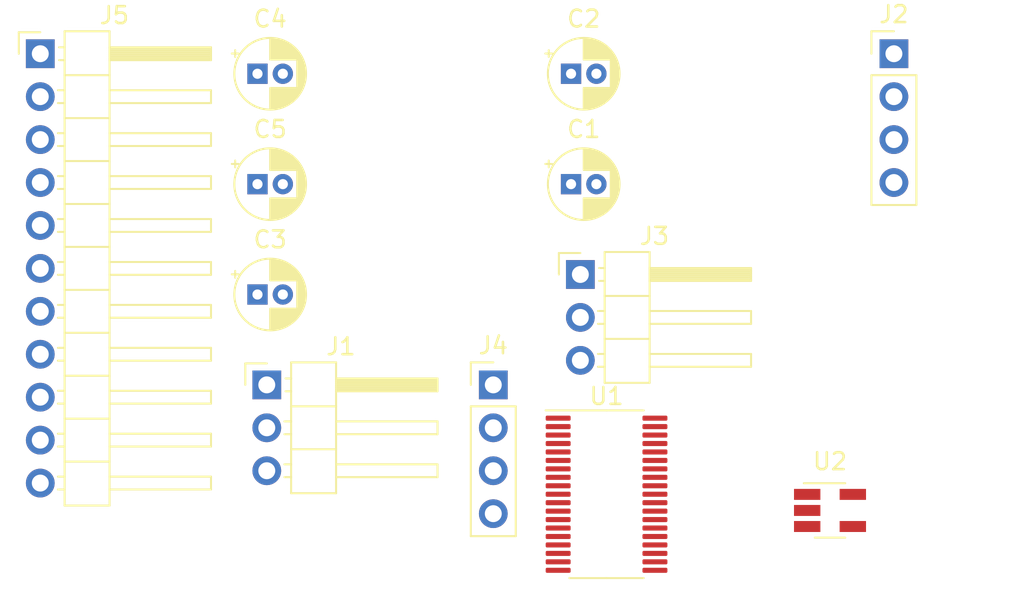
<source format=kicad_pcb>
(kicad_pcb (version 20220211) (generator pcbnew)
  (layers (0 "F.Cu" signal) (31 "B.Cu" signal) (34 "B.Paste" user) (35 "F.Paste" user) (36 "B.SilkS" user "B.Silkscreen") (37 "F.SilkS" user "F.Silkscreen") (38 "B.Mask" user) (39 "F.Mask" user) (44 "Edge.Cuts" user))
  (net 0 "")
  (net 1 "Net-(J1-Pin_3)")
  (net 2 "GND")
  (net 3 "VA")
  (net 4 "Net-(J3-Pin_2)")
  (net 5 "Net-(J1-Pin_1)")
  (net 6 "Net-(J1-Pin_2)")
  (net 7 "Net-(J2-Pin_1)")
  (net 8 "Net-(J2-Pin_2)")
  (net 9 "Net-(J2-Pin_3)")
  (net 10 "Net-(J2-Pin_4)")
  (net 11 "Net-(J4-Pin_1)")
  (net 12 "Net-(J4-Pin_2)")
  (net 13 "Net-(J4-Pin_3)")
  (net 14 "Net-(J4-Pin_4)")
  (net 15 "CH1")
  (net 16 "CH2")
  (net 17 "CH3")
  (net 18 "CH4")
  (net 19 "CH5")
  (net 20 "CH6")
  (net 21 "CH7")
  (net 22 "CH8")
  (net 23 "CH9")
  (net 24 "CH10")
  (net 25 "CH11")
  (net 26 "CH0")
  (footprint "Capacitor_THT:CP_Radial_D4.0mm_P1.50mm" (layer "F.Cu") (at 123.19 69.035)
    (fp_text reference "C2" (at 0.75 -3.25) (layer "F.SilkS"))
    (fp_text value "C_Small")
    (pad "1" thru_hole rect (at 0 0) (size 1.2 1.2) (drill 0.6) (layers *.Cu *.Mask) (net 3 "VA"))
    (pad "2" thru_hole circle (at 1.5 0) (size 1.2 1.2) (drill 0.6) (layers *.Cu *.Mask) (net 2 "GND"))
  )
  (footprint "Connector_PinHeader_2.54mm:PinHeader_1x11_P2.54mm_Horizontal" (layer "F.Cu") (at 91.79 67.85)
    (fp_text reference "J5" (at 4.385 -2.27) (layer "F.SilkS"))
    (fp_text value "Conn_01x11_Male")
    (pad "1" thru_hole rect (at 0 0) (size 1.7 1.7) (drill 1) (layers *.Cu *.Mask) (net 15 "CH1"))
    (pad "2" thru_hole oval (at 0 2.54) (size 1.7 1.7) (drill 1) (layers *.Cu *.Mask) (net 16 "CH2"))
    (pad "3" thru_hole oval (at 0 5.08) (size 1.7 1.7) (drill 1) (layers *.Cu *.Mask) (net 17 "CH3"))
    (pad "4" thru_hole oval (at 0 7.62) (size 1.7 1.7) (drill 1) (layers *.Cu *.Mask) (net 18 "CH4"))
    (pad "5" thru_hole oval (at 0 10.16) (size 1.7 1.7) (drill 1) (layers *.Cu *.Mask) (net 19 "CH5"))
    (pad "6" thru_hole oval (at 0 12.7) (size 1.7 1.7) (drill 1) (layers *.Cu *.Mask) (net 20 "CH6"))
    (pad "7" thru_hole oval (at 0 15.24) (size 1.7 1.7) (drill 1) (layers *.Cu *.Mask) (net 21 "CH7"))
    (pad "8" thru_hole oval (at 0 17.78) (size 1.7 1.7) (drill 1) (layers *.Cu *.Mask) (net 22 "CH8"))
    (pad "9" thru_hole oval (at 0 20.32) (size 1.7 1.7) (drill 1) (layers *.Cu *.Mask) (net 23 "CH9"))
    (pad "10" thru_hole oval (at 0 22.86) (size 1.7 1.7) (drill 1) (layers *.Cu *.Mask) (net 24 "CH10"))
    (pad "11" thru_hole oval (at 0 25.4) (size 1.7 1.7) (drill 1) (layers *.Cu *.Mask) (net 25 "CH11"))
  )
  (footprint "Package_SO:TSSOP-38_4.4x9.7mm_P0.5mm" (layer "F.Cu") (at 125.29 93.91)
    (fp_text reference "U1" (at 0 -5.8) (layer "F.SilkS"))
    (fp_text value "ADS7960")
    (pad "1" smd roundrect (at -2.8625 -4.5) (size 1.475 0.3) (layers "F.Cu" "F.Paste" "F.Mask") (net 13 "Net-(J4-Pin_3)"))
    (pad "2" smd roundrect (at -2.8625 -4) (size 1.475 0.3) (layers "F.Cu" "F.Paste" "F.Mask") (net 14 "Net-(J4-Pin_4)"))
    (pad "3" smd roundrect (at -2.8625 -3.5) (size 1.475 0.3) (layers "F.Cu" "F.Paste" "F.Mask") (net 2 "GND"))
    (pad "4" smd roundrect (at -2.8625 -3) (size 1.475 0.3) (layers "F.Cu" "F.Paste" "F.Mask") (net 1 "Net-(J1-Pin_3)"))
    (pad "5" smd roundrect (at -2.8625 -2.5) (size 1.475 0.3) (layers "F.Cu" "F.Paste" "F.Mask") (net 3 "VA"))
    (pad "6" smd roundrect (at -2.8625 -2) (size 1.475 0.3) (layers "F.Cu" "F.Paste" "F.Mask") (net 2 "GND"))
    (pad "7" smd roundrect (at -2.8625 -1.5) (size 1.475 0.3) (layers "F.Cu" "F.Paste" "F.Mask") (net 6 "Net-(J1-Pin_2)"))
    (pad "8" smd roundrect (at -2.8625 -1) (size 1.475 0.3) (layers "F.Cu" "F.Paste" "F.Mask") (net 5 "Net-(J1-Pin_1)"))
    (pad "9" smd roundrect (at -2.8625 -0.5) (size 1.475 0.3) (layers "F.Cu" "F.Paste" "F.Mask") (net 2 "GND"))
    (pad "10" smd roundrect (at -2.8625 0) (size 1.475 0.3) (layers "F.Cu" "F.Paste" "F.Mask") (net 2 "GND"))
    (pad "11" smd roundrect (at -2.8625 0.5) (size 1.475 0.3) (layers "F.Cu" "F.Paste" "F.Mask") (net 2 "GND"))
    (pad "12" smd roundrect (at -2.8625 1) (size 1.475 0.3) (layers "F.Cu" "F.Paste" "F.Mask") (net 2 "GND"))
    (pad "13" smd roundrect (at -2.8625 1.5) (size 1.475 0.3) (layers "F.Cu" "F.Paste" "F.Mask") (net 2 "GND"))
    (pad "14" smd roundrect (at -2.8625 2) (size 1.475 0.3) (layers "F.Cu" "F.Paste" "F.Mask") (net 2 "GND"))
    (pad "15" smd roundrect (at -2.8625 2.5) (size 1.475 0.3) (layers "F.Cu" "F.Paste" "F.Mask") (net 25 "CH11"))
    (pad "16" smd roundrect (at -2.8625 3) (size 1.475 0.3) (layers "F.Cu" "F.Paste" "F.Mask") (net 24 "CH10"))
    (pad "17" smd roundrect (at -2.8625 3.5) (size 1.475 0.3) (layers "F.Cu" "F.Paste" "F.Mask") (net 23 "CH9"))
    (pad "18" smd roundrect (at -2.8625 4) (size 1.475 0.3) (layers "F.Cu" "F.Paste" "F.Mask") (net 22 "CH8"))
    (pad "19" smd roundrect (at -2.8625 4.5) (size 1.475 0.3) (layers "F.Cu" "F.Paste" "F.Mask") (net 2 "GND"))
    (pad "20" smd roundrect (at 2.8625 4.5) (size 1.475 0.3) (layers "F.Cu" "F.Paste" "F.Mask") (net 2 "GND"))
    (pad "21" smd roundrect (at 2.8625 4) (size 1.475 0.3) (layers "F.Cu" "F.Paste" "F.Mask") (net 21 "CH7"))
    (pad "22" smd roundrect (at 2.8625 3.5) (size 1.475 0.3) (layers "F.Cu" "F.Paste" "F.Mask") (net 20 "CH6"))
    (pad "23" smd roundrect (at 2.8625 3) (size 1.475 0.3) (layers "F.Cu" "F.Paste" "F.Mask") (net 19 "CH5"))
    (pad "24" smd roundrect (at 2.8625 2.5) (size 1.475 0.3) (layers "F.Cu" "F.Paste" "F.Mask") (net 18 "CH4"))
    (pad "25" smd roundrect (at 2.8625 2) (size 1.475 0.3) (layers "F.Cu" "F.Paste" "F.Mask") (net 17 "CH3"))
    (pad "26" smd roundrect (at 2.8625 1.5) (size 1.475 0.3) (layers "F.Cu" "F.Paste" "F.Mask") (net 16 "CH2"))
    (pad "27" smd roundrect (at 2.8625 1) (size 1.475 0.3) (layers "F.Cu" "F.Paste" "F.Mask") (net 15 "CH1"))
    (pad "28" smd roundrect (at 2.8625 0.5) (size 1.475 0.3) (layers "F.Cu" "F.Paste" "F.Mask") (net 26 "CH0"))
    (pad "29" smd roundrect (at 2.8625 0) (size 1.475 0.3) (layers "F.Cu" "F.Paste" "F.Mask") (net 3 "VA"))
    (pad "30" smd roundrect (at 2.8625 -0.5) (size 1.475 0.3) (layers "F.Cu" "F.Paste" "F.Mask") (net 2 "GND"))
    (pad "31" smd roundrect (at 2.8625 -1) (size 1.475 0.3) (layers "F.Cu" "F.Paste" "F.Mask") (net 10 "Net-(J2-Pin_4)"))
    (pad "32" smd roundrect (at 2.8625 -1.5) (size 1.475 0.3) (layers "F.Cu" "F.Paste" "F.Mask") (net 9 "Net-(J2-Pin_3)"))
    (pad "33" smd roundrect (at 2.8625 -2) (size 1.475 0.3) (layers "F.Cu" "F.Paste" "F.Mask") (net 8 "Net-(J2-Pin_2)"))
    (pad "34" smd roundrect (at 2.8625 -2.5) (size 1.475 0.3) (layers "F.Cu" "F.Paste" "F.Mask") (net 7 "Net-(J2-Pin_1)"))
    (pad "35" smd roundrect (at 2.8625 -3) (size 1.475 0.3) (layers "F.Cu" "F.Paste" "F.Mask") (net 2 "GND"))
    (pad "36" smd roundrect (at 2.8625 -3.5) (size 1.475 0.3) (layers "F.Cu" "F.Paste" "F.Mask") (net 4 "Net-(J3-Pin_2)"))
    (pad "37" smd roundrect (at 2.8625 -4) (size 1.475 0.3) (layers "F.Cu" "F.Paste" "F.Mask") (net 11 "Net-(J4-Pin_1)"))
    (pad "38" smd roundrect (at 2.8625 -4.5) (size 1.475 0.3) (layers "F.Cu" "F.Paste" "F.Mask") (net 12 "Net-(J4-Pin_2)"))
  )
  (footprint "Connector_PinHeader_2.54mm:PinHeader_1x04_P2.54mm_Vertical" (layer "F.Cu") (at 118.59 87.44)
    (fp_text reference "J4" (at 0 -2.33) (layer "F.SilkS"))
    (fp_text value "Conn_01x04_Female")
    (pad "1" thru_hole rect (at 0 0) (size 1.7 1.7) (drill 1) (layers *.Cu *.Mask) (net 11 "Net-(J4-Pin_1)"))
    (pad "2" thru_hole oval (at 0 2.54) (size 1.7 1.7) (drill 1) (layers *.Cu *.Mask) (net 12 "Net-(J4-Pin_2)"))
    (pad "3" thru_hole oval (at 0 5.08) (size 1.7 1.7) (drill 1) (layers *.Cu *.Mask) (net 13 "Net-(J4-Pin_3)"))
    (pad "4" thru_hole oval (at 0 7.62) (size 1.7 1.7) (drill 1) (layers *.Cu *.Mask) (net 14 "Net-(J4-Pin_4)"))
  )
  (footprint "Capacitor_THT:CP_Radial_D4.0mm_P1.50mm" (layer "F.Cu") (at 123.19 75.565)
    (fp_text reference "C1" (at 0.75 -3.25) (layer "F.SilkS"))
    (fp_text value "10u")
    (pad "1" thru_hole rect (at 0 0) (size 1.2 1.2) (drill 0.6) (layers *.Cu *.Mask) (net 1 "Net-(J1-Pin_3)"))
    (pad "2" thru_hole circle (at 1.5 0) (size 1.2 1.2) (drill 0.6) (layers *.Cu *.Mask) (net 2 "GND"))
  )
  (footprint "Capacitor_THT:CP_Radial_D4.0mm_P1.50mm" (layer "F.Cu") (at 104.64 82.095)
    (fp_text reference "C3" (at 0.75 -3.25) (layer "F.SilkS"))
    (fp_text value "1u")
    (pad "1" thru_hole rect (at 0 0) (size 1.2 1.2) (drill 0.6) (layers *.Cu *.Mask) (net 4 "Net-(J3-Pin_2)"))
    (pad "2" thru_hole circle (at 1.5 0) (size 1.2 1.2) (drill 0.6) (layers *.Cu *.Mask) (net 2 "GND"))
  )
  (footprint "Connector_PinHeader_2.54mm:PinHeader_1x03_P2.54mm_Horizontal" (layer "F.Cu") (at 123.74 80.91)
    (fp_text reference "J3" (at 4.385 -2.27) (layer "F.SilkS"))
    (fp_text value "Conn_01x03_Female")
    (pad "1" thru_hole rect (at 0 0) (size 1.7 1.7) (drill 1) (layers *.Cu *.Mask) (net 3 "VA"))
    (pad "2" thru_hole oval (at 0 2.54) (size 1.7 1.7) (drill 1) (layers *.Cu *.Mask) (net 4 "Net-(J3-Pin_2)"))
    (pad "3" thru_hole oval (at 0 5.08) (size 1.7 1.7) (drill 1) (layers *.Cu *.Mask) (net 2 "GND"))
  )
  (footprint "Connector_PinHeader_2.54mm:PinHeader_1x03_P2.54mm_Horizontal" (layer "F.Cu") (at 105.19 87.44)
    (fp_text reference "J1" (at 4.385 -2.27) (layer "F.SilkS"))
    (fp_text value "Conn_01x03_Female")
    (pad "1" thru_hole rect (at 0 0) (size 1.7 1.7) (drill 1) (layers *.Cu *.Mask) (net 5 "Net-(J1-Pin_1)"))
    (pad "2" thru_hole oval (at 0 2.54) (size 1.7 1.7) (drill 1) (layers *.Cu *.Mask) (net 6 "Net-(J1-Pin_2)"))
    (pad "3" thru_hole oval (at 0 5.08) (size 1.7 1.7) (drill 1) (layers *.Cu *.Mask) (net 1 "Net-(J1-Pin_3)"))
  )
  (footprint "Capacitor_THT:CP_Radial_D4.0mm_P1.50mm" (layer "F.Cu") (at 104.64 75.565)
    (fp_text reference "C5" (at 0.75 -3.25) (layer "F.SilkS"))
    (fp_text value "1u")
    (pad "1" thru_hole rect (at 0 0) (size 1.2 1.2) (drill 0.6) (layers *.Cu *.Mask) (net 3 "VA"))
    (pad "2" thru_hole circle (at 1.5 0) (size 1.2 1.2) (drill 0.6) (layers *.Cu *.Mask) (net 2 "GND"))
  )
  (footprint "Connector_PinHeader_2.54mm:PinHeader_1x04_P2.54mm_Vertical" (layer "F.Cu") (at 142.29 67.85)
    (fp_text reference "J2" (at 0 -2.33) (layer "F.SilkS"))
    (fp_text value "Conn_01x04_Female")
    (pad "1" thru_hole rect (at 0 0) (size 1.7 1.7) (drill 1) (layers *.Cu *.Mask) (net 7 "Net-(J2-Pin_1)"))
    (pad "2" thru_hole oval (at 0 2.54) (size 1.7 1.7) (drill 1) (layers *.Cu *.Mask) (net 8 "Net-(J2-Pin_2)"))
    (pad "3" thru_hole oval (at 0 5.08) (size 1.7 1.7) (drill 1) (layers *.Cu *.Mask) (net 9 "Net-(J2-Pin_3)"))
    (pad "4" thru_hole oval (at 0 7.62) (size 1.7 1.7) (drill 1) (layers *.Cu *.Mask) (net 10 "Net-(J2-Pin_4)"))
  )
  (footprint "Capacitor_THT:CP_Radial_D4.0mm_P1.50mm" (layer "F.Cu") (at 104.64 69.035)
    (fp_text reference "C4" (at 0.75 -3.25) (layer "F.SilkS"))
    (fp_text value "1u")
    (pad "1" thru_hole rect (at 0 0) (size 1.2 1.2) (drill 0.6) (layers *.Cu *.Mask) (net 3 "VA"))
    (pad "2" thru_hole circle (at 1.5 0) (size 1.2 1.2) (drill 0.6) (layers *.Cu *.Mask) (net 2 "GND"))
  )
  (footprint "Package_TO_SOT_SMD:SOT-23-5_HandSoldering" (layer "F.Cu") (at 138.51 94.869)
    (fp_text reference "U2" (at 0 -2.9) (layer "F.SilkS"))
    (fp_text value "DRV5053VAQDBZR")
    (pad "1" smd rect (at -1.35 -0.95) (size 1.56 0.65) (layers "F.Cu" "F.Paste" "F.Mask") (net 3 "VA"))
    (pad "2" smd rect (at -1.35 0) (size 1.56 0.65) (layers "F.Cu" "F.Paste" "F.Mask") (net 26 "CH0"))
    (pad "3" smd rect (at -1.35 0.95) (size 1.56 0.65) (layers "F.Cu" "F.Paste" "F.Mask") (net 2 "GND"))
    (pad "4" smd rect (at 1.35 0.95) (size 1.56 0.65) (layers "F.Cu" "F.Paste" "F.Mask"))
    (pad "5" smd rect (at 1.35 -0.95) (size 1.56 0.65) (layers "F.Cu" "F.Paste" "F.Mask"))
  )
)
</source>
